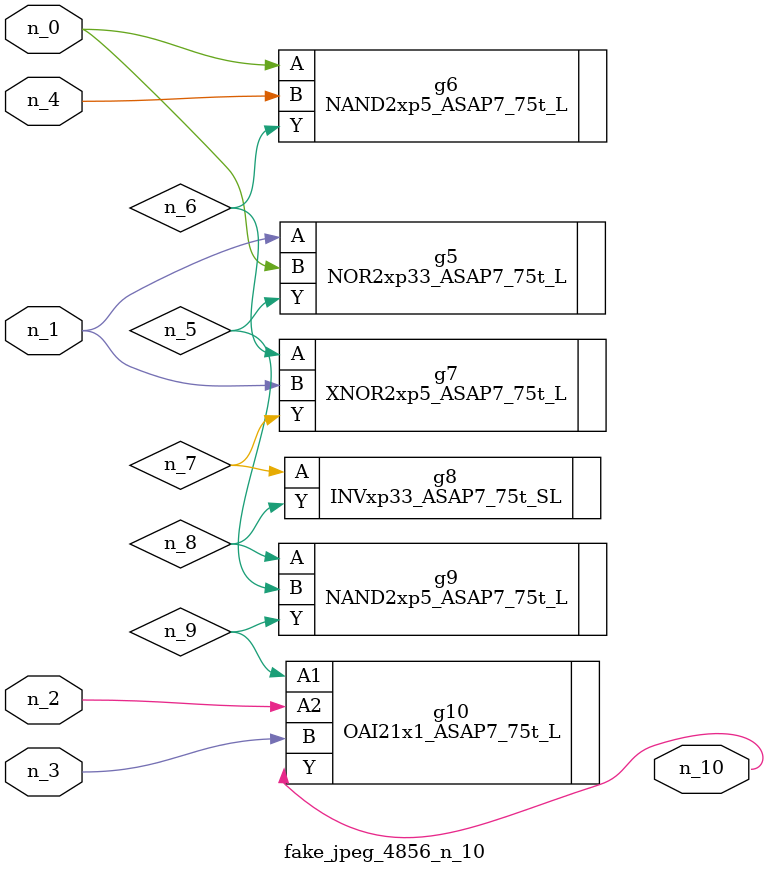
<source format=v>
module fake_jpeg_4856_n_10 (n_3, n_2, n_1, n_0, n_4, n_10);

input n_3;
input n_2;
input n_1;
input n_0;
input n_4;

output n_10;

wire n_8;
wire n_9;
wire n_6;
wire n_5;
wire n_7;

NOR2xp33_ASAP7_75t_L g5 ( 
.A(n_1),
.B(n_0),
.Y(n_5)
);

NAND2xp5_ASAP7_75t_L g6 ( 
.A(n_0),
.B(n_4),
.Y(n_6)
);

XNOR2xp5_ASAP7_75t_L g7 ( 
.A(n_6),
.B(n_1),
.Y(n_7)
);

INVxp33_ASAP7_75t_SL g8 ( 
.A(n_7),
.Y(n_8)
);

NAND2xp5_ASAP7_75t_L g9 ( 
.A(n_8),
.B(n_5),
.Y(n_9)
);

OAI21x1_ASAP7_75t_L g10 ( 
.A1(n_9),
.A2(n_2),
.B(n_3),
.Y(n_10)
);


endmodule
</source>
